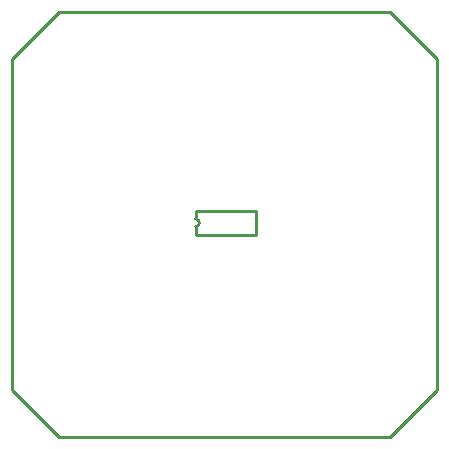
<source format=gto>
%FSLAX24Y24*%
%MOIN*%
G70*
G01*
G75*
G04:AMPARAMS|DCode=10|XSize=100mil|YSize=17mil|CornerRadius=0mil|HoleSize=0mil|Usage=FLASHONLY|Rotation=90.000|XOffset=0mil|YOffset=0mil|HoleType=Round|Shape=Octagon|*
%AMOCTAGOND10*
4,1,8,0.0043,0.0500,-0.0043,0.0500,-0.0085,0.0458,-0.0085,-0.0458,-0.0043,-0.0500,0.0043,-0.0500,0.0085,-0.0458,0.0085,0.0458,0.0043,0.0500,0.0*
%
%ADD10OCTAGOND10*%

%ADD11R,0.0170X0.1000*%
%ADD12C,0.0100*%
%ADD13C,0.0200*%
%ADD14R,0.0625X0.0625*%
%ADD15R,0.0625X0.0625*%
%ADD16R,0.1575X0.0394*%
%ADD17R,0.1181X0.0394*%
%ADD18R,0.1575X0.1181*%
%ADD19R,0.1181X0.1575*%
%ADD20R,0.0197X0.0315*%
%ADD21R,0.0350X0.0310*%
D12*
X37524Y29937D02*
G03*
X37524Y30187I0J125D01*
G01*
Y29662D02*
Y29937D01*
Y30187D02*
Y30462D01*
X39524D01*
Y29662D02*
Y30462D01*
X37524Y29662D02*
X39524D01*
X32984Y37101D02*
X44008D01*
X45582Y35526D01*
Y24502D02*
Y35526D01*
X44008Y22927D02*
X45582Y24502D01*
X32984Y22927D02*
X44008D01*
X31409Y24502D02*
X32984Y22927D01*
X31409Y24502D02*
Y35526D01*
X32984Y37101D01*
M02*

</source>
